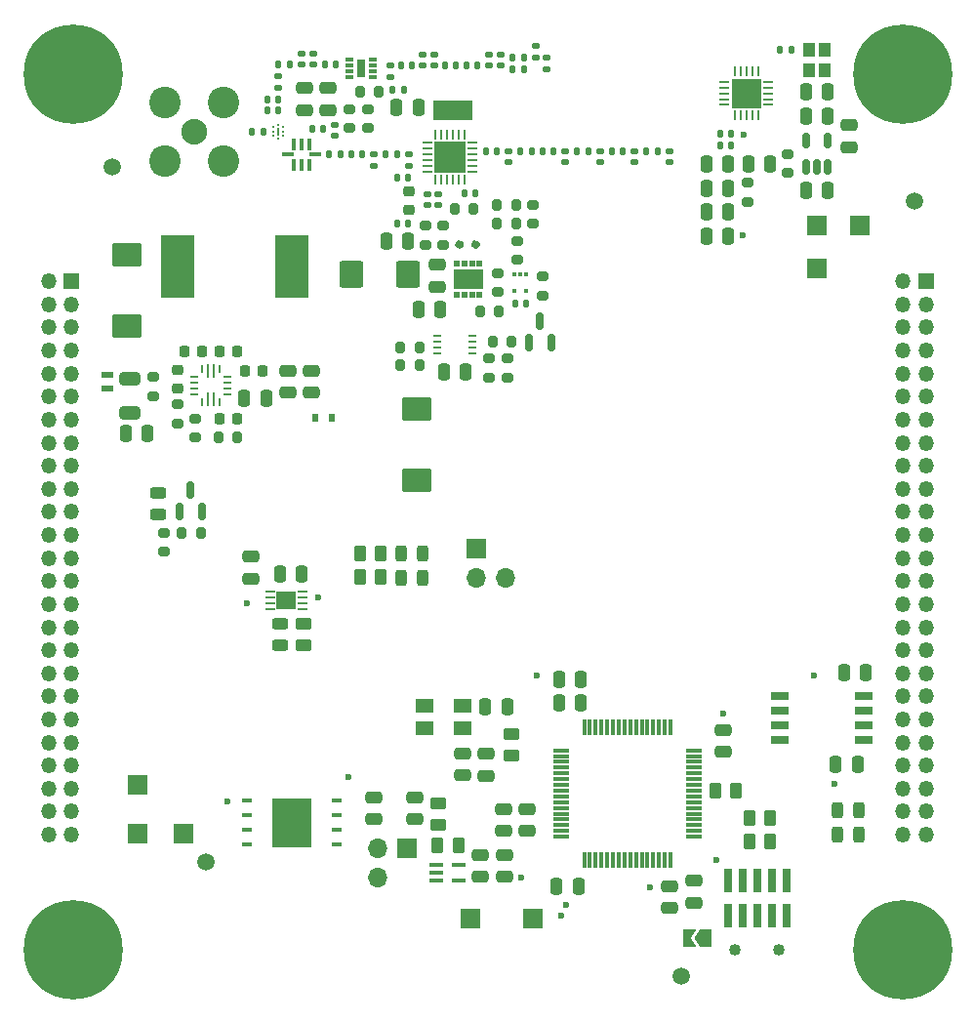
<source format=gts>
G04 #@! TF.GenerationSoftware,KiCad,Pcbnew,(6.0.1)*
G04 #@! TF.CreationDate,2023-01-09T21:21:48+01:00*
G04 #@! TF.ProjectId,STS1_COBC_V2,53545331-5f43-44f4-9243-5f56322e6b69,rev?*
G04 #@! TF.SameCoordinates,Original*
G04 #@! TF.FileFunction,Soldermask,Top*
G04 #@! TF.FilePolarity,Negative*
%FSLAX46Y46*%
G04 Gerber Fmt 4.6, Leading zero omitted, Abs format (unit mm)*
G04 Created by KiCad (PCBNEW (6.0.1)) date 2023-01-09 21:21:48*
%MOMM*%
%LPD*%
G01*
G04 APERTURE LIST*
G04 Aperture macros list*
%AMRoundRect*
0 Rectangle with rounded corners*
0 $1 Rounding radius*
0 $2 $3 $4 $5 $6 $7 $8 $9 X,Y pos of 4 corners*
0 Add a 4 corners polygon primitive as box body*
4,1,4,$2,$3,$4,$5,$6,$7,$8,$9,$2,$3,0*
0 Add four circle primitives for the rounded corners*
1,1,$1+$1,$2,$3*
1,1,$1+$1,$4,$5*
1,1,$1+$1,$6,$7*
1,1,$1+$1,$8,$9*
0 Add four rect primitives between the rounded corners*
20,1,$1+$1,$2,$3,$4,$5,0*
20,1,$1+$1,$4,$5,$6,$7,0*
20,1,$1+$1,$6,$7,$8,$9,0*
20,1,$1+$1,$8,$9,$2,$3,0*%
%AMFreePoly0*
4,1,6,1.000000,0.000000,0.500000,-0.750000,-0.500000,-0.750000,-0.500000,0.750000,0.500000,0.750000,1.000000,0.000000,1.000000,0.000000,$1*%
%AMFreePoly1*
4,1,6,0.500000,-0.750000,-0.650000,-0.750000,-0.150000,0.000000,-0.650000,0.750000,0.500000,0.750000,0.500000,-0.750000,0.500000,-0.750000,$1*%
G04 Aperture macros list end*
%ADD10C,0.600000*%
%ADD11C,1.500000*%
%ADD12C,0.900000*%
%ADD13C,8.600000*%
%ADD14R,1.350000X1.350000*%
%ADD15O,1.350000X1.350000*%
%ADD16RoundRect,0.140000X0.140000X0.170000X-0.140000X0.170000X-0.140000X-0.170000X0.140000X-0.170000X0*%
%ADD17RoundRect,0.243750X0.456250X-0.243750X0.456250X0.243750X-0.456250X0.243750X-0.456250X-0.243750X0*%
%ADD18RoundRect,0.147500X0.147500X0.172500X-0.147500X0.172500X-0.147500X-0.172500X0.147500X-0.172500X0*%
%ADD19R,1.600000X1.300000*%
%ADD20RoundRect,0.250000X-0.475000X0.250000X-0.475000X-0.250000X0.475000X-0.250000X0.475000X0.250000X0*%
%ADD21C,0.600000*%
%ADD22RoundRect,0.250000X0.250000X0.475000X-0.250000X0.475000X-0.250000X-0.475000X0.250000X-0.475000X0*%
%ADD23RoundRect,0.250000X0.450000X-0.262500X0.450000X0.262500X-0.450000X0.262500X-0.450000X-0.262500X0*%
%ADD24RoundRect,0.140000X-0.140000X-0.170000X0.140000X-0.170000X0.140000X0.170000X-0.140000X0.170000X0*%
%ADD25RoundRect,0.250000X-0.250000X-0.475000X0.250000X-0.475000X0.250000X0.475000X-0.250000X0.475000X0*%
%ADD26RoundRect,0.140000X0.170000X-0.140000X0.170000X0.140000X-0.170000X0.140000X-0.170000X-0.140000X0*%
%ADD27RoundRect,0.225000X-0.250000X0.225000X-0.250000X-0.225000X0.250000X-0.225000X0.250000X0.225000X0*%
%ADD28RoundRect,0.200000X0.275000X-0.200000X0.275000X0.200000X-0.275000X0.200000X-0.275000X-0.200000X0*%
%ADD29C,0.050000*%
%ADD30R,1.650000X0.650000*%
%ADD31RoundRect,0.200000X-0.275000X0.200000X-0.275000X-0.200000X0.275000X-0.200000X0.275000X0.200000X0*%
%ADD32R,1.700000X1.700000*%
%ADD33RoundRect,0.250000X-0.262500X-0.450000X0.262500X-0.450000X0.262500X0.450000X-0.262500X0.450000X0*%
%ADD34RoundRect,0.140000X-0.170000X0.140000X-0.170000X-0.140000X0.170000X-0.140000X0.170000X0.140000X0*%
%ADD35RoundRect,0.250000X-0.650000X0.325000X-0.650000X-0.325000X0.650000X-0.325000X0.650000X0.325000X0*%
%ADD36R,0.950000X0.450000*%
%ADD37R,3.450000X4.350000*%
%ADD38RoundRect,0.062500X0.350000X0.062500X-0.350000X0.062500X-0.350000X-0.062500X0.350000X-0.062500X0*%
%ADD39RoundRect,0.062500X0.062500X0.350000X-0.062500X0.350000X-0.062500X-0.350000X0.062500X-0.350000X0*%
%ADD40R,2.700000X2.700000*%
%ADD41O,1.700000X1.700000*%
%ADD42RoundRect,0.147500X-0.172500X0.147500X-0.172500X-0.147500X0.172500X-0.147500X0.172500X0.147500X0*%
%ADD43RoundRect,0.218750X-0.256250X0.218750X-0.256250X-0.218750X0.256250X-0.218750X0.256250X0.218750X0*%
%ADD44C,1.020000*%
%ADD45R,0.760000X2.030000*%
%ADD46RoundRect,0.250000X0.787500X0.925000X-0.787500X0.925000X-0.787500X-0.925000X0.787500X-0.925000X0*%
%ADD47RoundRect,0.200000X-0.200000X-0.275000X0.200000X-0.275000X0.200000X0.275000X-0.200000X0.275000X0*%
%ADD48RoundRect,0.200000X0.200000X0.275000X-0.200000X0.275000X-0.200000X-0.275000X0.200000X-0.275000X0*%
%ADD49RoundRect,0.243750X0.243750X0.456250X-0.243750X0.456250X-0.243750X-0.456250X0.243750X-0.456250X0*%
%ADD50RoundRect,0.250000X-0.450000X0.262500X-0.450000X-0.262500X0.450000X-0.262500X0.450000X0.262500X0*%
%ADD51C,2.240000*%
%ADD52C,2.740000*%
%ADD53R,0.807999X0.254800*%
%ADD54R,1.752600X1.549400*%
%ADD55RoundRect,0.250000X0.475000X-0.250000X0.475000X0.250000X-0.475000X0.250000X-0.475000X-0.250000X0*%
%ADD56RoundRect,0.243750X-0.456250X0.243750X-0.456250X-0.243750X0.456250X-0.243750X0.456250X0.243750X0*%
%ADD57RoundRect,0.225000X-0.225000X-0.250000X0.225000X-0.250000X0.225000X0.250000X-0.225000X0.250000X0*%
%ADD58RoundRect,0.062500X-0.362500X-0.062500X0.362500X-0.062500X0.362500X0.062500X-0.362500X0.062500X0*%
%ADD59RoundRect,0.062500X-0.062500X-0.362500X0.062500X-0.362500X0.062500X0.362500X-0.062500X0.362500X0*%
%ADD60R,2.600000X2.600000*%
%ADD61RoundRect,0.150000X0.150000X-0.587500X0.150000X0.587500X-0.150000X0.587500X-0.150000X-0.587500X0*%
%ADD62RoundRect,0.147500X-0.147500X-0.172500X0.147500X-0.172500X0.147500X0.172500X-0.147500X0.172500X0*%
%ADD63R,0.470000X0.560000*%
%ADD64R,2.520000X1.700000*%
%ADD65C,1.000000*%
%ADD66R,0.750000X0.250000*%
%ADD67R,1.000000X1.150000*%
%ADD68R,1.475000X0.300000*%
%ADD69R,0.300000X1.475000*%
%ADD70R,1.000000X0.625000*%
%ADD71RoundRect,0.250000X-1.025000X0.787500X-1.025000X-0.787500X1.025000X-0.787500X1.025000X0.787500X0*%
%ADD72RoundRect,0.225000X0.225000X0.250000X-0.225000X0.250000X-0.225000X-0.250000X0.225000X-0.250000X0*%
%ADD73FreePoly0,180.000000*%
%ADD74FreePoly1,180.000000*%
%ADD75R,0.350000X1.000000*%
%ADD76R,1.000000X0.350000*%
%ADD77RoundRect,0.147500X0.172500X-0.147500X0.172500X0.147500X-0.172500X0.147500X-0.172500X-0.147500X0*%
%ADD78R,0.300000X0.450000*%
%ADD79R,3.400000X1.800000*%
%ADD80R,2.900000X5.400000*%
%ADD81RoundRect,0.075000X-0.275000X-0.075000X0.275000X-0.075000X0.275000X0.075000X-0.275000X0.075000X0*%
%ADD82R,0.700000X1.600000*%
%ADD83R,1.200000X0.400000*%
%ADD84RoundRect,0.020000X-0.080000X-0.080000X0.080000X-0.080000X0.080000X0.080000X-0.080000X0.080000X0*%
%ADD85RoundRect,0.020000X-0.080000X-0.280000X0.080000X-0.280000X0.080000X0.280000X-0.080000X0.280000X0*%
%ADD86RoundRect,0.150000X0.150000X-0.512500X0.150000X0.512500X-0.150000X0.512500X-0.150000X-0.512500X0*%
%ADD87RoundRect,0.250000X1.025000X-0.787500X1.025000X0.787500X-1.025000X0.787500X-1.025000X-0.787500X0*%
%ADD88R,0.600000X0.700000*%
%ADD89R,0.711200X0.254000*%
%ADD90R,0.254000X0.711200*%
%ADD91R,0.254000X1.193800*%
G04 APERTURE END LIST*
D10*
X155632540Y-61100000D02*
G75*
G03*
X155632540Y-61100000I-100000J0D01*
G01*
X154232540Y-61100000D02*
G75*
G03*
X154232540Y-61100000I-100000J0D01*
G01*
D11*
X193632540Y-57300000D03*
X124037000Y-54375500D03*
X132122000Y-114690000D03*
D12*
X194880419Y-44019581D03*
X190319581Y-44019581D03*
X192600000Y-49525000D03*
X189375000Y-46300000D03*
D13*
X192600000Y-46300000D03*
D12*
X195825000Y-46300000D03*
X190319581Y-48580419D03*
X194880419Y-48580419D03*
X192600000Y-43075000D03*
X118349581Y-124580419D03*
X122910419Y-120019581D03*
X122910419Y-124580419D03*
X118349581Y-120019581D03*
X120630000Y-119075000D03*
D13*
X120630000Y-122300000D03*
D12*
X117405000Y-122300000D03*
X123855000Y-122300000D03*
X120630000Y-125525000D03*
X190319581Y-124580419D03*
X192600000Y-119075000D03*
D13*
X192600000Y-122300000D03*
D12*
X190319581Y-120019581D03*
X192600000Y-125525000D03*
X189375000Y-122300000D03*
X195825000Y-122300000D03*
X194880419Y-124580419D03*
X194880419Y-120019581D03*
D11*
X173400000Y-124600000D03*
D14*
X194600000Y-64300000D03*
D15*
X192600000Y-64300000D03*
X194600000Y-66300000D03*
X192600000Y-66300000D03*
X194600000Y-68300000D03*
X192600000Y-68300000D03*
X194600000Y-70300000D03*
X192600000Y-70300000D03*
X194600000Y-72300000D03*
X192600000Y-72300000D03*
X194600000Y-74300000D03*
X192600000Y-74300000D03*
X194600000Y-76300000D03*
X192600000Y-76300000D03*
X194600000Y-78300000D03*
X192600000Y-78300000D03*
X194600000Y-80300000D03*
X192600000Y-80300000D03*
X194600000Y-82300000D03*
X192600000Y-82300000D03*
X194600000Y-84300000D03*
X192600000Y-84300000D03*
X194600000Y-86300000D03*
X192600000Y-86300000D03*
X194600000Y-88300000D03*
X192600000Y-88300000D03*
X194600000Y-90300000D03*
X192600000Y-90300000D03*
X194600000Y-92300000D03*
X192600000Y-92300000D03*
X194600000Y-94300000D03*
X192600000Y-94300000D03*
X194600000Y-96300000D03*
X192600000Y-96300000D03*
X194600000Y-98300000D03*
X192600000Y-98300000D03*
X194600000Y-100300000D03*
X192600000Y-100300000D03*
X194600000Y-102300000D03*
X192600000Y-102300000D03*
X194600000Y-104300000D03*
X192600000Y-104300000D03*
X194600000Y-106300000D03*
X192600000Y-106300000D03*
X194600000Y-108300000D03*
X192600000Y-108300000D03*
X194600000Y-110300000D03*
X192600000Y-110300000D03*
X194600000Y-112300000D03*
X192600000Y-112300000D03*
D12*
X120600000Y-43075000D03*
X122880419Y-44019581D03*
X120600000Y-49525000D03*
X117375000Y-46300000D03*
X122880419Y-48580419D03*
X123825000Y-46300000D03*
X118319581Y-44019581D03*
X118319581Y-48580419D03*
D13*
X120600000Y-46300000D03*
D14*
X120500000Y-64300000D03*
D15*
X118500000Y-64300000D03*
X120500000Y-66300000D03*
X118500000Y-66300000D03*
X120500000Y-68300000D03*
X118500000Y-68300000D03*
X120500000Y-70300000D03*
X118500000Y-70300000D03*
X120500000Y-72300000D03*
X118500000Y-72300000D03*
X120500000Y-74300000D03*
X118500000Y-74300000D03*
X120500000Y-76300000D03*
X118500000Y-76300000D03*
X120500000Y-78300000D03*
X118500000Y-78300000D03*
X120500000Y-80300000D03*
X118500000Y-80300000D03*
X120500000Y-82300000D03*
X118500000Y-82300000D03*
X120500000Y-84300000D03*
X118500000Y-84300000D03*
X120500000Y-86300000D03*
X118500000Y-86300000D03*
X120500000Y-88300000D03*
X118500000Y-88300000D03*
X120500000Y-90300000D03*
X118500000Y-90300000D03*
X120500000Y-92300000D03*
X118500000Y-92300000D03*
X120500000Y-94300000D03*
X118500000Y-94300000D03*
X120500000Y-96300000D03*
X118500000Y-96300000D03*
X120500000Y-98300000D03*
X118500000Y-98300000D03*
X120500000Y-100300000D03*
X118500000Y-100300000D03*
X120500000Y-102300000D03*
X118500000Y-102300000D03*
X120500000Y-104300000D03*
X118500000Y-104300000D03*
X120500000Y-106300000D03*
X118500000Y-106300000D03*
X120500000Y-108300000D03*
X118500000Y-108300000D03*
X120500000Y-110300000D03*
X118500000Y-110300000D03*
X120500000Y-112300000D03*
X118500000Y-112300000D03*
D16*
X150012540Y-45600000D03*
X149052540Y-45600000D03*
D17*
X128038000Y-84557500D03*
X128038000Y-82682500D03*
D18*
X145717540Y-53300000D03*
X144747540Y-53300000D03*
D19*
X154412540Y-101080000D03*
X151112540Y-101080000D03*
X151112540Y-103080000D03*
X154412540Y-103080000D03*
D20*
X141256000Y-72075500D03*
X141256000Y-73975500D03*
D21*
X144532540Y-107300000D03*
D22*
X149682540Y-60800000D03*
X147782540Y-60800000D03*
D23*
X152332540Y-111412500D03*
X152332540Y-109587500D03*
D24*
X141352540Y-51100000D03*
X142312540Y-51100000D03*
D25*
X179182540Y-54100000D03*
X181082540Y-54100000D03*
D26*
X160732540Y-44880000D03*
X160732540Y-43920000D03*
D27*
X129675000Y-72013500D03*
X129675000Y-73563500D03*
D22*
X127093000Y-77531500D03*
X125193000Y-77531500D03*
D20*
X172402540Y-116780000D03*
X172402540Y-118680000D03*
D28*
X129699000Y-76641500D03*
X129699000Y-74991500D03*
D21*
X184937000Y-98475500D03*
X162932540Y-119300000D03*
D22*
X164675000Y-100892000D03*
X162775000Y-100892000D03*
D29*
X155532540Y-61100000D03*
D26*
X140432540Y-45480000D03*
X140432540Y-44520000D03*
D30*
X181894000Y-100268000D03*
X181894000Y-101538000D03*
X181894000Y-102808000D03*
X181894000Y-104078000D03*
X189244000Y-104078000D03*
X189244000Y-102808000D03*
X189244000Y-101538000D03*
X189244000Y-100268000D03*
D22*
X177482540Y-56200000D03*
X175582540Y-56200000D03*
D18*
X165317540Y-53000000D03*
X164347540Y-53000000D03*
D31*
X160532540Y-57675000D03*
X160532540Y-59325000D03*
D24*
X148752540Y-55300000D03*
X149712540Y-55300000D03*
D32*
X160532540Y-119600000D03*
D33*
X152220040Y-113200000D03*
X154045040Y-113200000D03*
D34*
X138432540Y-46520000D03*
X138432540Y-47480000D03*
D28*
X161332540Y-65525000D03*
X161332540Y-63875000D03*
D32*
X155132540Y-119600000D03*
D35*
X125575000Y-72738500D03*
X125575000Y-75688500D03*
D21*
X170632540Y-116900000D03*
D16*
X143812540Y-53300000D03*
X142852540Y-53300000D03*
X162312540Y-53000000D03*
X161352540Y-53000000D03*
D26*
X156732540Y-45580000D03*
X156732540Y-44620000D03*
D20*
X174462540Y-116300000D03*
X174462540Y-118200000D03*
D36*
X135707540Y-109345000D03*
X135707540Y-110615000D03*
X135707540Y-111885000D03*
X135707540Y-113155000D03*
X143507540Y-113155000D03*
X143507540Y-111885000D03*
X143507540Y-110615000D03*
X143507540Y-109345000D03*
D37*
X139607540Y-111250000D03*
D34*
X163332540Y-53020000D03*
X163332540Y-53980000D03*
D18*
X160417540Y-53000000D03*
X159447540Y-53000000D03*
D22*
X177482540Y-54100000D03*
X175582540Y-54100000D03*
D38*
X155270040Y-54775000D03*
X155270040Y-54275000D03*
X155270040Y-53775000D03*
X155270040Y-53275000D03*
X155270040Y-52775000D03*
X155270040Y-52275000D03*
D39*
X154557540Y-51562500D03*
X154057540Y-51562500D03*
X153557540Y-51562500D03*
X153057540Y-51562500D03*
X152557540Y-51562500D03*
X152057540Y-51562500D03*
D38*
X151345040Y-52275000D03*
X151345040Y-52775000D03*
X151345040Y-53275000D03*
X151345040Y-53775000D03*
X151345040Y-54275000D03*
X151345040Y-54775000D03*
D39*
X152057540Y-55487500D03*
X152557540Y-55487500D03*
X153057540Y-55487500D03*
X153557540Y-55487500D03*
X154057540Y-55487500D03*
X154557540Y-55487500D03*
D40*
X153307540Y-53525000D03*
D16*
X137112540Y-51300000D03*
X136152540Y-51300000D03*
D21*
X160832540Y-98500000D03*
D16*
X159712540Y-45900000D03*
X158752540Y-45900000D03*
D18*
X139417540Y-45500000D03*
X138447540Y-45500000D03*
D32*
X155592540Y-87460000D03*
D41*
X155632540Y-90000000D03*
X158172540Y-90000000D03*
D42*
X161732540Y-44915000D03*
X161732540Y-45885000D03*
D43*
X149732540Y-56512500D03*
X149732540Y-58087500D03*
D44*
X178045000Y-122242500D03*
X181855000Y-122242500D03*
D45*
X177410000Y-119317500D03*
X177410000Y-116267500D03*
X178680000Y-119317500D03*
X178680000Y-116267500D03*
X179950000Y-119317500D03*
X179950000Y-116267500D03*
X181220000Y-119317500D03*
X181220000Y-116267500D03*
X182490000Y-119317500D03*
X182490000Y-116267500D03*
D21*
X178832540Y-51600000D03*
D24*
X158952540Y-66200000D03*
X159912540Y-66200000D03*
D31*
X156732540Y-70975000D03*
X156732540Y-72625000D03*
D22*
X177482540Y-60400000D03*
X175582540Y-60400000D03*
D31*
X159132540Y-60775000D03*
X159132540Y-62425000D03*
D20*
X156472540Y-105270000D03*
X156472540Y-107170000D03*
D26*
X152332540Y-57680000D03*
X152332540Y-56720000D03*
D32*
X149562540Y-113465000D03*
D41*
X147022540Y-113505000D03*
X147022540Y-116045000D03*
D46*
X149695040Y-63700000D03*
X144770040Y-63700000D03*
D47*
X155907540Y-66900000D03*
X157557540Y-66900000D03*
D48*
X150657540Y-70000000D03*
X149007540Y-70000000D03*
X159057540Y-59300000D03*
X157407540Y-59300000D03*
D16*
X177712540Y-51500000D03*
X176752540Y-51500000D03*
D49*
X188792500Y-112322000D03*
X186917500Y-112322000D03*
D50*
X140612540Y-94035000D03*
X140612540Y-95860000D03*
D16*
X138412540Y-48500000D03*
X137452540Y-48500000D03*
D51*
X131132540Y-51300000D03*
D52*
X128592540Y-48760000D03*
X133672540Y-53840000D03*
X133672540Y-48760000D03*
X128592540Y-53840000D03*
D47*
X130071000Y-86160000D03*
X131721000Y-86160000D03*
D33*
X145517000Y-89962000D03*
X147342000Y-89962000D03*
D53*
X137727940Y-91201907D03*
X137727940Y-91701908D03*
X137727940Y-92201908D03*
X137727940Y-92701909D03*
X140517140Y-92701909D03*
X140517140Y-92201908D03*
X140517140Y-91701908D03*
X140517140Y-91201907D03*
D54*
X139122540Y-91951908D03*
D20*
X152232540Y-62850000D03*
X152232540Y-64750000D03*
D16*
X143412540Y-45500000D03*
X142452540Y-45500000D03*
X155512540Y-56700000D03*
X154552540Y-56700000D03*
D55*
X154432540Y-107150000D03*
X154432540Y-105250000D03*
D18*
X159717540Y-44900000D03*
X158747540Y-44900000D03*
D56*
X138592540Y-94030000D03*
X138592540Y-95905000D03*
D21*
X163432540Y-118350000D03*
D42*
X151332540Y-56715000D03*
X151332540Y-57685000D03*
X157732540Y-44615000D03*
X157732540Y-45585000D03*
D55*
X158022540Y-115960000D03*
X158022540Y-114060000D03*
D57*
X133300000Y-76213500D03*
X134850000Y-76213500D03*
D58*
X177107540Y-47000000D03*
X177107540Y-47500000D03*
X177107540Y-48000000D03*
X177107540Y-48500000D03*
X177107540Y-49000000D03*
D59*
X178032540Y-49925000D03*
X178532540Y-49925000D03*
X179032540Y-49925000D03*
X179532540Y-49925000D03*
X180032540Y-49925000D03*
D58*
X180957540Y-49000000D03*
X180957540Y-48500000D03*
X180957540Y-48000000D03*
X180957540Y-47500000D03*
X180957540Y-47000000D03*
D59*
X180032540Y-46075000D03*
X179532540Y-46075000D03*
X179032540Y-46075000D03*
X178532540Y-46075000D03*
X178032540Y-46075000D03*
D60*
X179032540Y-48000000D03*
D47*
X133250000Y-77813500D03*
X134900000Y-77813500D03*
D25*
X187479000Y-98225000D03*
X189379000Y-98225000D03*
D61*
X129882000Y-84303500D03*
X131782000Y-84303500D03*
X130832000Y-82428500D03*
D33*
X179287500Y-112900000D03*
X181112500Y-112900000D03*
D42*
X146732540Y-53315000D03*
X146732540Y-54285000D03*
D21*
X186712000Y-107877000D03*
D32*
X188871000Y-59490000D03*
X130232540Y-112200000D03*
D16*
X182912540Y-44200000D03*
X181952540Y-44200000D03*
D55*
X155972540Y-115960000D03*
X155972540Y-114060000D03*
D62*
X137447540Y-49500000D03*
X138417540Y-49500000D03*
D63*
X153932140Y-65470000D03*
X154582140Y-65470000D03*
X155232140Y-65470000D03*
X155882140Y-65470000D03*
X155882140Y-62730000D03*
X155232140Y-62730000D03*
X154582140Y-62730000D03*
X153932140Y-62730000D03*
D64*
X154932540Y-64100000D03*
D65*
X155465940Y-64100000D03*
X154399140Y-64100000D03*
D61*
X160182540Y-69637500D03*
X162082540Y-69637500D03*
X161132540Y-67762500D03*
D66*
X155282540Y-70550000D03*
X155282540Y-70050000D03*
X155282540Y-69550000D03*
X155282540Y-69050000D03*
X152182540Y-69050000D03*
X152182540Y-69550000D03*
X152182540Y-70050000D03*
X152182540Y-70550000D03*
D55*
X146707540Y-110950000D03*
X146707540Y-109050000D03*
D42*
X148132540Y-45615000D03*
X148132540Y-46585000D03*
D18*
X168317540Y-53000000D03*
X167347540Y-53000000D03*
D49*
X188792500Y-110163000D03*
X186917500Y-110163000D03*
D34*
X143332540Y-50720000D03*
X143332540Y-51680000D03*
D25*
X135475000Y-74413500D03*
X137375000Y-74413500D03*
D67*
X185832540Y-45975000D03*
X185832540Y-44225000D03*
X184432540Y-44225000D03*
X184432540Y-45975000D03*
D48*
X155357540Y-58000000D03*
X153707540Y-58000000D03*
D47*
X149012000Y-71575500D03*
X150662000Y-71575500D03*
D48*
X147157540Y-47900000D03*
X145507540Y-47900000D03*
D16*
X177712540Y-52500000D03*
X176752540Y-52500000D03*
D57*
X135528000Y-72070500D03*
X137078000Y-72070500D03*
D34*
X169332540Y-53020000D03*
X169332540Y-53980000D03*
D31*
X144632540Y-49375000D03*
X144632540Y-51025000D03*
D25*
X152782540Y-72200000D03*
X154682540Y-72200000D03*
D28*
X182632540Y-54925000D03*
X182632540Y-53275000D03*
D32*
X185188000Y-63173000D03*
D49*
X150937500Y-90000000D03*
X149062500Y-90000000D03*
D16*
X149712540Y-59300000D03*
X148752540Y-59300000D03*
D68*
X162969540Y-104975000D03*
X162969540Y-105475000D03*
X162969540Y-105975000D03*
X162969540Y-106475000D03*
X162969540Y-106975000D03*
X162969540Y-107475000D03*
X162969540Y-107975000D03*
X162969540Y-108475000D03*
X162969540Y-108975000D03*
X162969540Y-109475000D03*
X162969540Y-109975000D03*
X162969540Y-110475000D03*
X162969540Y-110975000D03*
X162969540Y-111475000D03*
X162969540Y-111975000D03*
X162969540Y-112475000D03*
D69*
X164957540Y-114463000D03*
X165457540Y-114463000D03*
X165957540Y-114463000D03*
X166457540Y-114463000D03*
X166957540Y-114463000D03*
X167457540Y-114463000D03*
X167957540Y-114463000D03*
X168457540Y-114463000D03*
X168957540Y-114463000D03*
X169457540Y-114463000D03*
X169957540Y-114463000D03*
X170457540Y-114463000D03*
X170957540Y-114463000D03*
X171457540Y-114463000D03*
X171957540Y-114463000D03*
X172457540Y-114463000D03*
D68*
X174445540Y-112475000D03*
X174445540Y-111975000D03*
X174445540Y-111475000D03*
X174445540Y-110975000D03*
X174445540Y-110475000D03*
X174445540Y-109975000D03*
X174445540Y-109475000D03*
X174445540Y-108975000D03*
X174445540Y-108475000D03*
X174445540Y-107975000D03*
X174445540Y-107475000D03*
X174445540Y-106975000D03*
X174445540Y-106475000D03*
X174445540Y-105975000D03*
X174445540Y-105475000D03*
X174445540Y-104975000D03*
D69*
X172457540Y-102987000D03*
X171957540Y-102987000D03*
X171457540Y-102987000D03*
X170957540Y-102987000D03*
X170457540Y-102987000D03*
X169957540Y-102987000D03*
X169457540Y-102987000D03*
X168957540Y-102987000D03*
X168457540Y-102987000D03*
X167957540Y-102987000D03*
X167457540Y-102987000D03*
X166957540Y-102987000D03*
X166457540Y-102987000D03*
X165957540Y-102987000D03*
X165457540Y-102987000D03*
X164957540Y-102987000D03*
D21*
X178732540Y-60300000D03*
D47*
X157407540Y-57700000D03*
X159057540Y-57700000D03*
D70*
X123575000Y-72401000D03*
X123575000Y-73626000D03*
D55*
X142732540Y-49450000D03*
X142732540Y-47550000D03*
D22*
X152482540Y-66700000D03*
X150582540Y-66700000D03*
D28*
X146232540Y-51025000D03*
X146232540Y-49375000D03*
D42*
X150932540Y-44615000D03*
X150932540Y-45585000D03*
X158432540Y-53015000D03*
X158432540Y-53985000D03*
D16*
X171312540Y-53000000D03*
X170352540Y-53000000D03*
D23*
X158662540Y-105422500D03*
X158662540Y-103597500D03*
D25*
X162582540Y-116800000D03*
X164482540Y-116800000D03*
D33*
X145517000Y-87938000D03*
X147342000Y-87938000D03*
D21*
X134007000Y-109401000D03*
D71*
X150437000Y-75363000D03*
X150437000Y-81588000D03*
D55*
X187932540Y-52650000D03*
X187932540Y-50750000D03*
D16*
X148712540Y-53300000D03*
X147752540Y-53300000D03*
D32*
X126232540Y-108000000D03*
D72*
X131850000Y-70413500D03*
X130300000Y-70413500D03*
D73*
X175525000Y-121300000D03*
D74*
X174075000Y-121300000D03*
D33*
X176320040Y-108500000D03*
X178145040Y-108500000D03*
D20*
X177022540Y-103200000D03*
X177022540Y-105100000D03*
D75*
X141082540Y-52400000D03*
X140432540Y-52400000D03*
X139782540Y-52400000D03*
D76*
X139232540Y-53300000D03*
D75*
X139782540Y-54200000D03*
X140432540Y-54200000D03*
X141082540Y-54200000D03*
D76*
X141632540Y-53300000D03*
D26*
X151932540Y-45580000D03*
X151932540Y-44620000D03*
D47*
X157007540Y-69500000D03*
X158657540Y-69500000D03*
D77*
X149732540Y-54285000D03*
X149732540Y-53315000D03*
D28*
X157432540Y-65225000D03*
X157432540Y-63575000D03*
D78*
X159932540Y-63700000D03*
X159432540Y-63700000D03*
X158932540Y-63700000D03*
X158932540Y-65100000D03*
X159932540Y-65100000D03*
D79*
X153532540Y-49500000D03*
D55*
X150232540Y-110950000D03*
X150232540Y-109050000D03*
D22*
X177482540Y-58300000D03*
X175582540Y-58300000D03*
D21*
X177032540Y-101800000D03*
D22*
X158292540Y-101160000D03*
X156392540Y-101160000D03*
D21*
X176400000Y-114500000D03*
D32*
X126232540Y-112200000D03*
D80*
X129725000Y-63013500D03*
X139625000Y-63013500D03*
D81*
X144632540Y-45050000D03*
X144632540Y-45550000D03*
X144632540Y-46050000D03*
X144632540Y-46550000D03*
X146632540Y-46550000D03*
X146632540Y-46050000D03*
X146632540Y-45550000D03*
X146632540Y-45050000D03*
D82*
X145632540Y-45800000D03*
D31*
X131223000Y-76198500D03*
X131223000Y-77848500D03*
D42*
X141432540Y-44515000D03*
X141432540Y-45485000D03*
D83*
X152142540Y-114950000D03*
X152142540Y-115600000D03*
X152142540Y-116250000D03*
X154042540Y-116250000D03*
X154042540Y-114950000D03*
D49*
X150937500Y-87938000D03*
X149062500Y-87938000D03*
D57*
X133300000Y-70413500D03*
X134850000Y-70413500D03*
D16*
X153812540Y-45600000D03*
X152852540Y-45600000D03*
D55*
X140732540Y-49450000D03*
X140732540Y-47550000D03*
D25*
X138552540Y-89667500D03*
X140452540Y-89667500D03*
D42*
X172332540Y-53015000D03*
X172332540Y-53985000D03*
D20*
X139224000Y-72075500D03*
X139224000Y-73975500D03*
D29*
X154132540Y-61100000D03*
D33*
X179287500Y-110868000D03*
X181112500Y-110868000D03*
D55*
X157962540Y-111980000D03*
X157962540Y-110080000D03*
D21*
X159532540Y-116000000D03*
X135742540Y-92187500D03*
D25*
X184182540Y-50000000D03*
X186082540Y-50000000D03*
D34*
X166332540Y-53020000D03*
X166332540Y-53980000D03*
D31*
X127575000Y-72588500D03*
X127575000Y-74238500D03*
D22*
X188678000Y-106226000D03*
X186778000Y-106226000D03*
D31*
X128546000Y-86097000D03*
X128546000Y-87747000D03*
D28*
X151232540Y-61125000D03*
X151232540Y-59475000D03*
D18*
X155717540Y-45600000D03*
X154747540Y-45600000D03*
D84*
X138032540Y-50900000D03*
X138032540Y-51300000D03*
X138032540Y-51700000D03*
X138432540Y-51900000D03*
X138832540Y-51700000D03*
X138832540Y-51300000D03*
X138832540Y-50900000D03*
X138432540Y-50700000D03*
D85*
X138432540Y-51300000D03*
D28*
X158332540Y-72625000D03*
X158332540Y-70975000D03*
D31*
X179132540Y-55775000D03*
X179132540Y-57425000D03*
D25*
X148682540Y-49200000D03*
X150582540Y-49200000D03*
D86*
X184182540Y-54337500D03*
X185132540Y-54337500D03*
X186082540Y-54337500D03*
X186082540Y-52062500D03*
X184182540Y-52062500D03*
D22*
X164675000Y-98860000D03*
X162775000Y-98860000D03*
D25*
X184182540Y-47900000D03*
X186082540Y-47900000D03*
D31*
X152732540Y-59475000D03*
X152732540Y-61125000D03*
D20*
X160002540Y-110070000D03*
X160002540Y-111970000D03*
D87*
X125275000Y-68212500D03*
X125275000Y-61987500D03*
D24*
X148352540Y-47700000D03*
X149312540Y-47700000D03*
D20*
X136032540Y-88197500D03*
X136032540Y-90097500D03*
D88*
X143037000Y-76175500D03*
X141637000Y-76175500D03*
D89*
X131125000Y-72563499D03*
X131125000Y-73063500D03*
X131125000Y-73563500D03*
X131125000Y-74063501D03*
D90*
X131824938Y-74763586D03*
D91*
X132325064Y-74522286D03*
X132825000Y-74522286D03*
D90*
X133325062Y-74763586D03*
D89*
X134025000Y-74063501D03*
X134025000Y-73563500D03*
X134025000Y-73063500D03*
X134025000Y-72563499D03*
D90*
X133325001Y-71863500D03*
D91*
X132825000Y-72104790D03*
X132325000Y-72104790D03*
D90*
X131824999Y-71863500D03*
D32*
X185188000Y-59490000D03*
D16*
X157412540Y-53000000D03*
X156452540Y-53000000D03*
D25*
X184182540Y-56400000D03*
X186082540Y-56400000D03*
D21*
X141922540Y-91697500D03*
M02*

</source>
